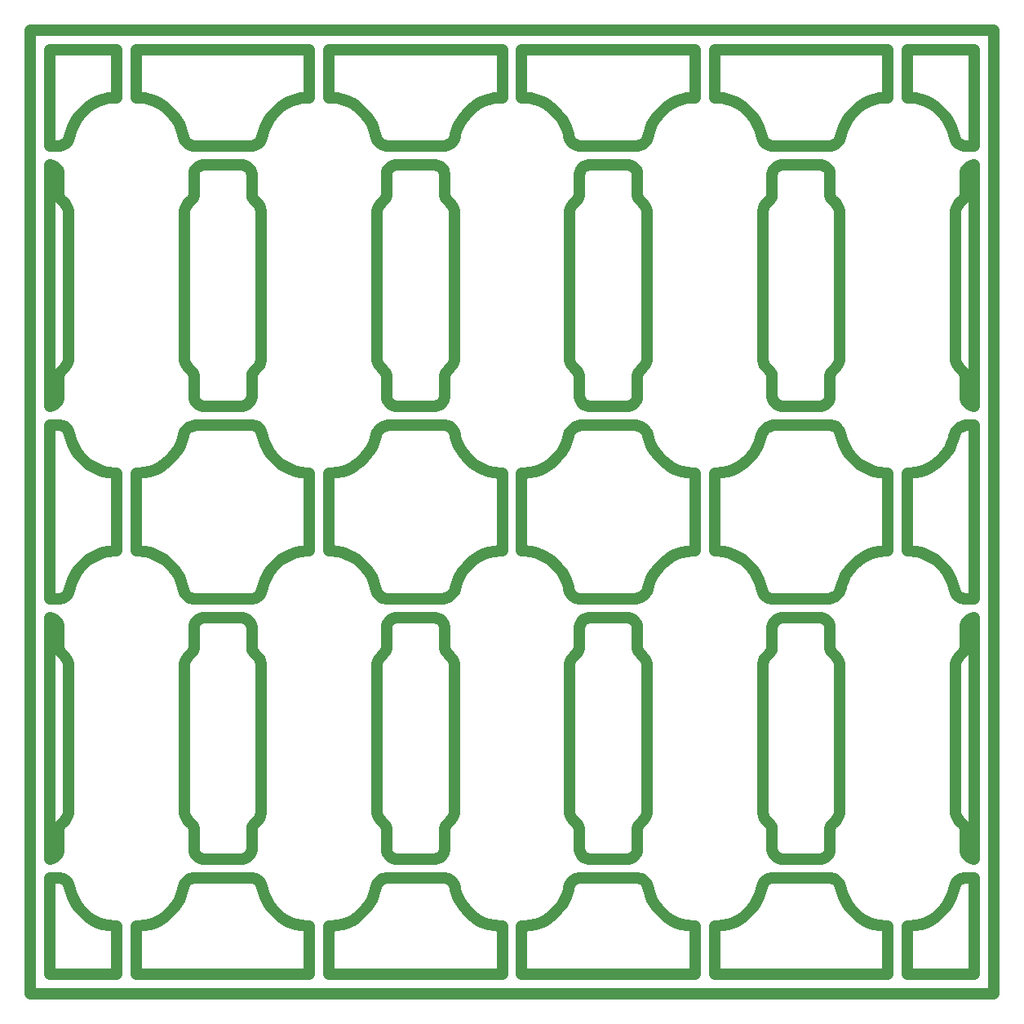
<source format=gm1>
G04*
G04 #@! TF.GenerationSoftware,Altium Limited,Altium Designer,23.9.2 (47)*
G04*
G04 Layer_Color=16711935*
%FSLAX25Y25*%
%MOIN*%
G70*
G04*
G04 #@! TF.SameCoordinates,F867936C-D2EA-4238-9ECD-A963B99A8E52*
G04*
G04*
G04 #@! TF.FilePolarity,Positive*
G04*
G01*
G75*
%ADD31C,0.04724*%
D31*
X7874Y47244D02*
X11811Y47244D01*
X12188Y47244D01*
X12931Y47114D01*
X13640Y46857D01*
X14294Y46482D01*
X14873Y45999D01*
X15360Y45423D01*
X15741Y44772D01*
X16003Y44065D01*
X16071Y43694D01*
X16071Y43694D01*
X16309Y42580D01*
X16975Y40402D01*
X17890Y38315D01*
X19039Y36348D01*
X20407Y34527D01*
X21977Y32876D01*
X23727Y31418D01*
X25634Y30171D01*
X27672Y29154D01*
X29814Y28378D01*
X32031Y27855D01*
X34294Y27592D01*
X35433Y27559D01*
X35433D01*
X35433Y7874D01*
X7874D02*
X35433D01*
X7874D02*
Y47244D01*
X145669Y47244D02*
X169291Y47244D01*
X169668Y47244D01*
X170411Y47114D01*
X171120Y46857D01*
X171774Y46482D01*
X172353Y45999D01*
X172841Y45423D01*
X173221Y44772D01*
X173483Y44065D01*
X173551Y43694D01*
X173551D01*
X173789Y42580D01*
X174456Y40402D01*
X175370Y38315D01*
X176519Y36348D01*
X177887Y34527D01*
X179457Y32876D01*
X181207Y31418D01*
X183114Y30171D01*
X185152Y29154D01*
X187294Y28378D01*
X189512Y27855D01*
X191774Y27592D01*
X192913Y27559D01*
X192913D01*
X192913Y7874D01*
X122047D02*
X192913D01*
X122047D02*
Y27559D01*
X123186Y27592D01*
X125449Y27855D01*
X127666Y28378D01*
X129808Y29154D01*
X131846Y30171D01*
X133753Y31418D01*
X135503Y32876D01*
X137073Y34527D01*
X138442Y36348D01*
X139591Y38315D01*
X140505Y40402D01*
X141172Y42580D01*
X141410Y43694D01*
X141410D01*
X141478Y44065D01*
X141740Y44772D01*
X142120Y45423D01*
X142607Y45999D01*
X143186Y46482D01*
X143841Y46857D01*
X144550Y47114D01*
X145292Y47244D01*
X145669D01*
X145669Y47244D01*
X224409D02*
X248031Y47244D01*
X248409Y47244D01*
X249151Y47114D01*
X249860Y46857D01*
X250514Y46482D01*
X251094Y45999D01*
X251581Y45423D01*
X251961Y44772D01*
X252223Y44065D01*
X252291Y43694D01*
X252291D01*
X252529Y42580D01*
X253196Y40402D01*
X254110Y38315D01*
X255259Y36348D01*
X256628Y34527D01*
X258197Y32876D01*
X259948Y31418D01*
X261854Y30171D01*
X263892Y29154D01*
X266034Y28378D01*
X268252Y27855D01*
X270514Y27592D01*
X271653Y27559D01*
X271654D01*
X271654Y7874D01*
X200787D02*
X271654D01*
X200787D02*
Y27559D01*
X201926Y27592D01*
X204189Y27855D01*
X206406Y28378D01*
X208548Y29154D01*
X210587Y30171D01*
X212493Y31418D01*
X214243Y32876D01*
X215813Y34527D01*
X217182Y36348D01*
X218331Y38315D01*
X219245Y40402D01*
X219912Y42580D01*
X220150Y43694D01*
X220150D01*
X220218Y44065D01*
X220480Y44772D01*
X220860Y45423D01*
X221347Y45999D01*
X221927Y46482D01*
X222581Y46857D01*
X223290Y47114D01*
X224032Y47244D01*
X224409D01*
X224409Y47244D01*
X303150D02*
X326772Y47244D01*
X327149Y47244D01*
X327891Y47114D01*
X328600Y46857D01*
X329254Y46482D01*
X329834Y45999D01*
X330321Y45423D01*
X330701Y44772D01*
X330963Y44065D01*
X331031Y43694D01*
X331031D01*
X331269Y42580D01*
X331936Y40402D01*
X332850Y38315D01*
X333999Y36348D01*
X335368Y34527D01*
X336938Y32876D01*
X338688Y31418D01*
X340595Y30171D01*
X342633Y29154D01*
X344775Y28378D01*
X346992Y27855D01*
X349255Y27592D01*
X350394Y27559D01*
X350394D01*
X350394Y7874D01*
X279528D02*
X350394D01*
X279528D02*
Y27559D01*
X280667Y27592D01*
X282929Y27855D01*
X285147Y28378D01*
X287289Y29154D01*
X289327Y30171D01*
X291233Y31418D01*
X292984Y32876D01*
X294553Y34527D01*
X295922Y36348D01*
X297071Y38315D01*
X297985Y40402D01*
X298652Y42580D01*
X298890Y43694D01*
X298890D01*
X298958Y44065D01*
X299220Y44772D01*
X299600Y45423D01*
X300087Y45999D01*
X300667Y46482D01*
X301321Y46857D01*
X302030Y47114D01*
X302772Y47244D01*
X303150D01*
X303150Y47244D01*
X66929D02*
X90551Y47244D01*
X90928Y47244D01*
X91671Y47114D01*
X92380Y46857D01*
X93034Y46482D01*
X93613Y45999D01*
X94100Y45423D01*
X94481Y44772D01*
X94743Y44065D01*
X94811Y43694D01*
X94811Y43694D01*
X95049Y42580D01*
X95716Y40402D01*
X96630Y38315D01*
X97779Y36348D01*
X99147Y34527D01*
X100717Y32876D01*
X102467Y31418D01*
X104374Y30171D01*
X106412Y29154D01*
X108554Y28378D01*
X110771Y27855D01*
X113034Y27592D01*
X114173Y27559D01*
X114173D01*
X114173Y7874D01*
X43307D02*
X114173D01*
X43307D02*
Y27559D01*
X44446Y27592D01*
X46709Y27855D01*
X48926Y28378D01*
X51068Y29154D01*
X53106Y30171D01*
X55013Y31418D01*
X56763Y32876D01*
X58333Y34527D01*
X59702Y36348D01*
X60851Y38315D01*
X61765Y40402D01*
X62432Y42580D01*
X62669Y43694D01*
X62737Y44065D01*
X62999Y44772D01*
X63380Y45423D01*
X63867Y45999D01*
X64446Y46482D01*
X65100Y46857D01*
X65809Y47114D01*
X66552Y47244D01*
X66929Y47244D01*
X66929Y47244D01*
X385827Y7874D02*
Y47244D01*
X358268Y7874D02*
X385827D01*
X358268D02*
Y27559D01*
X359407Y27592D01*
X361669Y27855D01*
X363887Y28378D01*
X366029Y29154D01*
X368067Y30171D01*
X369974Y31418D01*
X371724Y32876D01*
X373293Y34527D01*
X374662Y36348D01*
X375811Y38315D01*
X376725Y40402D01*
X377392Y42580D01*
X377630Y43694D01*
X377630D01*
X377698Y44065D01*
X377960Y44772D01*
X378341Y45423D01*
X378828Y45999D01*
X379407Y46482D01*
X380061Y46857D01*
X380770Y47114D01*
X381513Y47244D01*
X381890Y47244D01*
Y47244D01*
X385827D01*
X8262Y153543D02*
X9022Y153392D01*
X9739Y153095D01*
X10384Y152664D01*
X10932Y152116D01*
X11363Y151471D01*
X11660Y150755D01*
X11811Y149994D01*
X11811Y149606D02*
X11811Y149994D01*
X11811Y149606D02*
X11811Y141732D01*
Y141732D02*
Y141732D01*
Y141732D02*
X11837Y141277D01*
X12047Y140391D01*
X12454Y139576D01*
X13037Y138877D01*
X13386Y138583D01*
Y138583D02*
Y138583D01*
Y138583D02*
X13936Y138170D01*
X14817Y137114D01*
X15432Y135884D01*
X15748Y134546D01*
X15748Y133858D02*
X15748Y134546D01*
X15748Y133858D02*
X15748Y74803D01*
X15748Y74803D02*
X15748Y74803D01*
X15748Y74803D02*
X15748Y74116D01*
X15432Y72777D02*
X15748Y74116D01*
X14817Y71547D02*
X15432Y72777D01*
X13936Y70491D02*
X14817Y71547D01*
X13386Y70079D02*
X13936Y70491D01*
X13386Y70079D02*
Y70079D01*
X13037Y69784D02*
X13386Y70079D01*
X12454Y69085D02*
X13037Y69784D01*
X12047Y68271D02*
X12454Y69085D01*
X11837Y67384D02*
X12047Y68271D01*
X11811Y66929D02*
X11837Y67384D01*
X11811Y59055D02*
Y66929D01*
X11811Y59055D02*
X11811Y59055D01*
X11811Y59055D02*
X11811Y58667D01*
X11660Y57907D02*
X11811Y58667D01*
X11363Y57190D02*
X11660Y57907D01*
X10932Y56545D02*
X11363Y57190D01*
X10384Y55997D02*
X10932Y56545D01*
X9739Y55566D02*
X10384Y55997D01*
X9022Y55269D02*
X9739Y55566D01*
X8262Y55118D02*
X9022Y55269D01*
X7874Y55118D02*
X8262Y55118D01*
X7874Y153543D02*
X7874Y55118D01*
X7874Y153543D02*
X8262Y153543D01*
X385827Y55118D02*
Y153543D01*
X385439Y55118D02*
X385827Y55118D01*
X384678Y55269D02*
X385439Y55118D01*
X383962Y55566D02*
X384678Y55269D01*
X383317Y55997D02*
X383962Y55566D01*
X382769Y56545D02*
X383317Y55997D01*
X382338Y57190D02*
X382769Y56545D01*
X382041Y57907D02*
X382338Y57190D01*
X381890Y58667D02*
X382041Y57907D01*
X381890Y58667D02*
X381890Y59055D01*
X381890Y66929D02*
X381890Y59055D01*
X381890Y66929D02*
X381890Y66929D01*
X381863Y67384D02*
X381890Y66929D01*
X381654Y68271D02*
X381863Y67384D01*
X381247Y69085D02*
X381654Y68271D01*
X380663Y69784D02*
X381247Y69085D01*
X380315Y70079D02*
X380663Y69784D01*
X380315Y70079D02*
X380315Y70079D01*
X379765Y70491D02*
X380315Y70079D01*
X378884Y71547D02*
X379765Y70491D01*
X378269Y72777D02*
X378884Y71547D01*
X377953Y74116D02*
X378269Y72777D01*
X377953Y74116D02*
X377953Y74803D01*
X377953Y133858D02*
X377953Y74803D01*
X377953Y133858D02*
X377953Y133858D01*
X377953Y134546D02*
X377953Y133858D01*
X377953Y134546D02*
X378269Y135884D01*
X378884Y137114D01*
X379765Y138170D01*
X380315Y138583D01*
X380663Y138877D01*
X381247Y139576D01*
X381654Y140391D01*
X381863Y141277D01*
X381890Y141732D01*
X381890Y149606D01*
X381890Y149606D01*
Y149994D01*
X382041Y150755D01*
X382338Y151471D01*
X382769Y152116D01*
X383317Y152664D01*
X383962Y153095D01*
X384678Y153392D01*
X385439Y153543D01*
X385827D01*
X7874Y153543D02*
Y153543D01*
X7874Y153543D02*
X7874D01*
X7874D02*
X7874Y153543D01*
X86614Y153543D02*
X86614Y153543D01*
X86614Y153543D02*
X87002Y153543D01*
X87762Y153392D01*
X88479Y153095D01*
X89124Y152664D01*
X89672Y152116D01*
X90103Y151471D01*
X90400Y150755D01*
X90551Y149994D01*
X90551Y149606D02*
X90551Y149994D01*
X90551Y149606D02*
X90551Y141732D01*
Y141732D02*
Y141732D01*
Y141732D02*
X90578Y141277D01*
X90787Y140391D01*
X91194Y139576D01*
X91778Y138877D01*
X92126Y138583D01*
X92126Y138583D02*
X92126Y138583D01*
X92126Y138583D02*
X92676Y138170D01*
X93557Y137114D01*
X94172Y135884D01*
X94488Y134546D01*
X94488Y133858D02*
X94488Y134546D01*
X94488Y133858D02*
X94488Y74803D01*
X94488Y74803D02*
X94488Y74803D01*
X94488Y74803D02*
X94488Y74116D01*
X94172Y72777D02*
X94488Y74116D01*
X93557Y71547D02*
X94172Y72777D01*
X92676Y70491D02*
X93557Y71547D01*
X92126Y70079D02*
X92676Y70491D01*
X92126Y70079D02*
X92126Y70079D01*
X91777Y69784D02*
X92126Y70079D01*
X91194Y69085D02*
X91777Y69784D01*
X90787Y68271D02*
X91194Y69085D01*
X90578Y67384D02*
X90787Y68271D01*
X90551Y66929D02*
X90578Y67384D01*
X90551Y59055D02*
Y66929D01*
X90551Y59055D02*
X90551Y59055D01*
X90551Y58667D02*
Y59055D01*
X90400Y57907D02*
X90551Y58667D01*
X90103Y57190D02*
X90400Y57907D01*
X89672Y56545D02*
X90103Y57190D01*
X89124Y55997D02*
X89672Y56545D01*
X88479Y55566D02*
X89124Y55997D01*
X87762Y55269D02*
X88479Y55566D01*
X87002Y55118D02*
X87762Y55269D01*
X70866Y55118D02*
X87002D01*
X70866Y55118D02*
X70866Y55118D01*
X70478D02*
X70866Y55118D01*
X69718Y55269D02*
X70478Y55118D01*
X69001Y55566D02*
X69718Y55269D01*
X68356Y55997D02*
X69001Y55566D01*
X67808Y56545D02*
X68356Y55997D01*
X67377Y57190D02*
X67808Y56545D01*
X67080Y57907D02*
X67377Y57190D01*
X66929Y58667D02*
X67080Y57907D01*
X66929Y58667D02*
X66929Y59055D01*
X66929Y66929D02*
X66929Y59055D01*
X66929Y66929D02*
X66929Y66929D01*
X66903Y67384D02*
X66929Y66929D01*
X66694Y68271D02*
X66903Y67384D01*
X66286Y69085D02*
X66694Y68271D01*
X65703Y69784D02*
X66286Y69085D01*
X65354Y70079D02*
X65703Y69784D01*
X65354Y70079D02*
X65354Y70079D01*
X64804Y70491D02*
X65354Y70079D01*
X63923Y71547D02*
X64804Y70491D01*
X63308Y72777D02*
X63923Y71547D01*
X62992Y74116D02*
X63308Y72777D01*
X62992Y74116D02*
X62992Y74803D01*
Y133858D01*
X62992Y133858D01*
X62992Y134546D02*
X62992Y133858D01*
X62992Y134546D02*
X63308Y135884D01*
X63923Y137114D01*
X64804Y138170D01*
X65354Y138583D01*
X65354Y138583D02*
X65354Y138583D01*
X65354Y138583D02*
X65703Y138877D01*
X66286Y139576D01*
X66694Y140391D01*
X66903Y141277D01*
X66929Y141732D01*
X66929Y149606D01*
Y149606D01*
Y149606D02*
Y149606D01*
X66929Y149994D02*
X66929Y149606D01*
X66929Y149994D02*
X67080Y150755D01*
X67377Y151471D01*
X67808Y152116D01*
X68356Y152664D01*
X69001Y153095D01*
X69718Y153392D01*
X70478Y153543D01*
X70866Y153543D01*
X86614Y153543D01*
X165354Y153543D02*
X165354Y153543D01*
X165354Y153543D02*
X165742Y153543D01*
X166503Y153392D01*
X167219Y153095D01*
X167864Y152664D01*
X168412Y152116D01*
X168843Y151471D01*
X169140Y150755D01*
X169291Y149994D01*
X169291Y149606D02*
X169291Y149994D01*
X169291Y149606D02*
X169291Y141732D01*
Y141732D02*
Y141732D01*
Y141732D02*
X169318Y141277D01*
X169527Y140391D01*
X169934Y139576D01*
X170518Y138877D01*
X170866Y138583D01*
X170866Y138583D02*
X170866Y138583D01*
X170866Y138583D02*
X171416Y138170D01*
X172297Y137114D01*
X172912Y135884D01*
X173228Y134546D01*
X173228Y133858D02*
X173228Y134546D01*
X173228Y133858D02*
X173228Y74803D01*
X173228Y74803D02*
X173228Y74803D01*
X173228Y74803D02*
X173228Y74116D01*
X172912Y72777D02*
X173228Y74116D01*
X172297Y71547D02*
X172912Y72777D01*
X171416Y70491D02*
X172297Y71547D01*
X170866Y70079D02*
X171416Y70491D01*
X170866Y70079D02*
X170866Y70079D01*
X170518Y69784D02*
X170866Y70079D01*
X169934Y69085D02*
X170518Y69784D01*
X169527Y68271D02*
X169934Y69085D01*
X169318Y67384D02*
X169527Y68271D01*
X169291Y66929D02*
X169318Y67384D01*
X169291Y59055D02*
Y66929D01*
X169291Y59055D02*
X169291Y59055D01*
X169291Y59055D02*
X169291Y58667D01*
X169140Y57907D02*
X169291Y58667D01*
X168843Y57190D02*
X169140Y57907D01*
X168412Y56545D02*
X168843Y57190D01*
X167864Y55997D02*
X168412Y56545D01*
X167219Y55566D02*
X167864Y55997D01*
X166503Y55269D02*
X167219Y55566D01*
X165742Y55118D02*
X166503Y55269D01*
X149606Y55118D02*
X165742D01*
X149218Y55118D02*
X149606Y55118D01*
X148458Y55269D02*
X149218Y55118D01*
X147741Y55566D02*
X148458Y55269D01*
X147097Y55997D02*
X147741Y55566D01*
X146548Y56545D02*
X147097Y55997D01*
X146117Y57190D02*
X146548Y56545D01*
X145821Y57907D02*
X146117Y57190D01*
X145669Y58667D02*
X145821Y57907D01*
X145669Y58667D02*
Y59055D01*
X145669Y66929D02*
X145669Y59055D01*
X145669Y66929D02*
X145669Y66929D01*
X145643Y67384D02*
X145669Y66929D01*
X145434Y68271D02*
X145643Y67384D01*
X145026Y69085D02*
X145434Y68271D01*
X144443Y69784D02*
X145026Y69085D01*
X144095Y70079D02*
X144443Y69784D01*
X144094Y70079D02*
X144095Y70079D01*
X143544Y70491D02*
X144094Y70079D01*
X142663Y71547D02*
X143544Y70491D01*
X142048Y72777D02*
X142663Y71547D01*
X141732Y74116D02*
X142048Y72777D01*
X141732Y74116D02*
X141732Y74803D01*
Y133858D01*
X141732Y133858D01*
X141732Y134546D02*
X141732Y133858D01*
X141732Y134546D02*
X142048Y135884D01*
X142663Y137114D01*
X143544Y138170D01*
X144095Y138583D01*
X144094Y138583D02*
X144095Y138583D01*
X144094Y138583D02*
X144443Y138877D01*
X145026Y139576D01*
X145434Y140391D01*
X145643Y141277D01*
X145669Y141732D01*
X145669Y149606D01*
X145669Y149606D01*
X145669Y149994D02*
X145669Y149606D01*
X145669Y149994D02*
X145821Y150755D01*
X146117Y151471D01*
X146548Y152116D01*
X147097Y152664D01*
X147741Y153095D01*
X148458Y153392D01*
X149218Y153543D01*
X149606Y153543D01*
X165354Y153543D01*
X244094Y153543D02*
X244094Y153543D01*
X244094Y153543D02*
X244482Y153543D01*
X245243Y153392D01*
X245959Y153095D01*
X246604Y152664D01*
X247153Y152116D01*
X247583Y151471D01*
X247880Y150755D01*
X248031Y149994D01*
X248031Y149606D02*
X248031Y149994D01*
X248031Y149606D02*
X248031Y141732D01*
Y141732D02*
Y141732D01*
Y141732D02*
X248058Y141277D01*
X248267Y140391D01*
X248674Y139576D01*
X249258Y138877D01*
X249606Y138583D01*
X250156Y138170D01*
X251038Y137114D01*
X251653Y135884D01*
X251969Y134546D01*
X251969Y133858D02*
X251969Y134546D01*
X251969Y133858D02*
X251969Y74803D01*
X251969Y74803D02*
X251969Y74803D01*
X251969Y74803D02*
X251969Y74116D01*
X251653Y72777D02*
X251969Y74116D01*
X251038Y71547D02*
X251653Y72777D01*
X250156Y70491D02*
X251038Y71547D01*
X249606Y70079D02*
X250156Y70491D01*
X249258Y69784D02*
X249606Y70079D01*
X248674Y69085D02*
X249258Y69784D01*
X248267Y68271D02*
X248674Y69085D01*
X248058Y67384D02*
X248267Y68271D01*
X248031Y66929D02*
X248058Y67384D01*
X248031Y59055D02*
Y66929D01*
X248031Y59055D02*
X248031Y59055D01*
X248031Y58667D02*
Y59055D01*
X247880Y57907D02*
X248031Y58667D01*
X247583Y57190D02*
X247880Y57907D01*
X247152Y56545D02*
X247583Y57190D01*
X246604Y55997D02*
X247152Y56545D01*
X245959Y55566D02*
X246604Y55997D01*
X245243Y55269D02*
X245959Y55566D01*
X244482Y55118D02*
X245243Y55269D01*
X228346Y55118D02*
X244482D01*
X227959Y55118D02*
X228346Y55118D01*
X227198Y55269D02*
X227959Y55118D01*
X226482Y55566D02*
X227198Y55269D01*
X225837Y55997D02*
X226482Y55566D01*
X225288Y56545D02*
X225837Y55997D01*
X224857Y57190D02*
X225288Y56545D01*
X224561Y57907D02*
X224857Y57190D01*
X224409Y58667D02*
X224561Y57907D01*
X224409Y58667D02*
X224409Y59055D01*
X224409Y66929D02*
X224409Y59055D01*
X224409Y66929D02*
X224409Y66929D01*
X224383Y67384D02*
X224409Y66929D01*
X224174Y68271D02*
X224383Y67384D01*
X223767Y69085D02*
X224174Y68271D01*
X223183Y69784D02*
X223767Y69085D01*
X222834Y70079D02*
X223183Y69784D01*
X222283Y70493D02*
X222834Y70079D01*
X221399Y71553D02*
X222283Y70493D01*
X220784Y72788D02*
X221399Y71553D01*
X220470Y74132D02*
X220784Y72788D01*
X220470Y74132D02*
X220472Y74822D01*
Y133859D01*
X220472Y133859D01*
X220472Y134546D02*
X220472Y133859D01*
X220472Y134546D02*
X220788Y135884D01*
X221403Y137114D01*
X222285Y138170D01*
X222835Y138583D01*
X222834Y138583D02*
X222835Y138583D01*
X222834Y138583D02*
X223183Y138877D01*
X223766Y139576D01*
X224174Y140391D01*
X224383Y141277D01*
X224409Y141732D01*
X224410Y149606D01*
X224409Y149994D02*
X224410Y149606D01*
X224409Y149994D02*
X224561Y150755D01*
X224857Y151471D01*
X225288Y152116D01*
X225837Y152664D01*
X226482Y153095D01*
X227198Y153392D01*
X227959Y153543D01*
X228346Y153543D01*
X244094Y153543D01*
X322835Y153543D02*
X322835Y153543D01*
X322835Y153543D02*
X323222Y153543D01*
X323983Y153392D01*
X324699Y153095D01*
X325344Y152664D01*
X325893Y152116D01*
X326324Y151471D01*
X326620Y150755D01*
X326772Y149994D01*
X326772Y149606D02*
X326772Y149994D01*
X326772Y149606D02*
X326772Y141732D01*
Y141732D02*
Y141732D01*
Y141732D02*
X326798Y141277D01*
X327007Y140391D01*
X327414Y139576D01*
X327998Y138877D01*
X328346Y138583D01*
X328346Y138583D02*
X328346Y138583D01*
X328346Y138583D02*
X328896Y138170D01*
X329778Y137114D01*
X330393Y135884D01*
X330709Y134546D01*
X330709Y133858D02*
X330709Y134546D01*
X330709Y133858D02*
X330709Y74803D01*
X330709Y74803D02*
X330709Y74803D01*
X330709Y74803D02*
X330709Y74116D01*
X330393Y72777D02*
X330709Y74116D01*
X329778Y71547D02*
X330393Y72777D01*
X328896Y70491D02*
X329778Y71547D01*
X328346Y70079D02*
X328896Y70491D01*
X328346Y70079D02*
X328346Y70079D01*
X327998Y69784D02*
X328346Y70079D01*
X327414Y69085D02*
X327998Y69784D01*
X327007Y68271D02*
X327414Y69085D01*
X326798Y67384D02*
X327007Y68271D01*
X326772Y66929D02*
X326798Y67384D01*
X326772Y59055D02*
Y66929D01*
X326772Y59055D02*
X326772Y59055D01*
X326772Y59055D02*
X326772Y58667D01*
X326620Y57907D02*
X326772Y58667D01*
X326324Y57190D02*
X326620Y57907D01*
X325893Y56545D02*
X326324Y57190D01*
X325344Y55997D02*
X325893Y56545D01*
X324699Y55566D02*
X325344Y55997D01*
X323983Y55269D02*
X324699Y55566D01*
X323222Y55118D02*
X323983Y55269D01*
X307087Y55118D02*
X323222D01*
X306699Y55118D02*
X307087Y55118D01*
X305938Y55269D02*
X306699Y55118D01*
X305222Y55566D02*
X305938Y55269D01*
X304577Y55997D02*
X305222Y55566D01*
X304029Y56545D02*
X304577Y55997D01*
X303598Y57190D02*
X304029Y56545D01*
X303301Y57907D02*
X303598Y57190D01*
X303150Y58667D02*
X303301Y57907D01*
X303150Y58667D02*
Y59055D01*
X303150Y66929D02*
X303150Y59055D01*
X303149Y66929D02*
X303150Y66929D01*
X303123Y67384D02*
X303149Y66929D01*
X302914Y68271D02*
X303123Y67384D01*
X302507Y69085D02*
X302914Y68271D01*
X301923Y69784D02*
X302507Y69085D01*
X301575Y70079D02*
X301923Y69784D01*
X301575Y70079D02*
X301575Y70079D01*
X301025Y70491D02*
X301575Y70079D01*
X300144Y71547D02*
X301025Y70491D01*
X299529Y72777D02*
X300144Y71547D01*
X299213Y74116D02*
X299529Y72777D01*
X299213Y74116D02*
X299213Y74803D01*
Y133858D01*
X299213Y133858D01*
X299213Y134546D02*
X299213Y133858D01*
X299213Y134546D02*
X299529Y135884D01*
X300144Y137114D01*
X301025Y138170D01*
X301575Y138583D01*
X301575Y138583D02*
X301575Y138583D01*
X301575Y138583D02*
X301923Y138877D01*
X302507Y139576D01*
X302914Y140391D01*
X303123Y141277D01*
X303150Y141732D01*
X303150Y149606D01*
X303150Y149606D01*
X303150Y149994D02*
X303150Y149606D01*
X303150Y149994D02*
X303301Y150755D01*
X303598Y151471D01*
X304029Y152116D01*
X304577Y152664D01*
X305222Y153095D01*
X305938Y153392D01*
X306699Y153543D01*
X307087Y153543D01*
X322835Y153543D01*
X7874Y232283D02*
X11811Y232283D01*
X12188Y232283D01*
X12931Y232153D01*
X13640Y231896D01*
X14294Y231521D01*
X14873Y231038D01*
X15360Y230463D01*
X15741Y229812D01*
X16003Y229104D01*
X16071Y228734D01*
X16071D01*
X16309Y227619D01*
X16975Y225441D01*
X17890Y223354D01*
X19039Y221387D01*
X20407Y219566D01*
X21977Y217916D01*
X23727Y216457D01*
X25634Y215211D01*
X27672Y214193D01*
X29814Y213417D01*
X32031Y212895D01*
X34294Y212631D01*
X35433Y212598D01*
X35433D01*
X35433Y196850D01*
X35433D02*
X35433D01*
X35433Y181102D02*
X35433Y196850D01*
X34294Y181069D02*
X35433Y181102D01*
X32031Y180806D02*
X34294Y181069D01*
X29814Y180283D02*
X32031Y180806D01*
X27672Y179508D02*
X29814Y180283D01*
X25634Y178490D02*
X27672Y179508D01*
X23727Y177244D02*
X25634Y178490D01*
X21977Y175785D02*
X23727Y177244D01*
X20407Y174135D02*
X21977Y175785D01*
X19038Y172313D02*
X20407Y174135D01*
X17889Y170346D02*
X19038Y172313D01*
X16975Y168260D02*
X17889Y170346D01*
X16308Y166082D02*
X16975Y168260D01*
X16071Y164967D02*
X16308Y166082D01*
X16071Y164967D02*
X16071D01*
X16003Y164596D02*
X16071Y164967D01*
X15741Y163889D02*
X16003Y164596D01*
X15360Y163238D02*
X15741Y163889D01*
X14873Y162662D02*
X15360Y163238D01*
X14294Y162180D02*
X14873Y162662D01*
X13640Y161804D02*
X14294Y162180D01*
X12931Y161548D02*
X13640Y161804D01*
X12188Y161417D02*
X12931Y161548D01*
X11811Y161417D02*
X12188Y161417D01*
X7874Y161417D02*
X11811D01*
X7874D02*
Y196850D01*
Y232283D01*
X67913D02*
X90551Y232283D01*
X90928Y232283D01*
X91671Y232153D01*
X92380Y231896D01*
X93034Y231521D01*
X93613Y231038D01*
X94100Y230463D01*
X94481Y229812D01*
X94743Y229104D01*
X94811Y228734D01*
X94811D01*
X95049Y227619D01*
X95716Y225441D01*
X96630Y223354D01*
X97779Y221387D01*
X99147Y219566D01*
X100717Y217916D01*
X102467Y216457D01*
X104374Y215211D01*
X106412Y214193D01*
X108554Y213417D01*
X110771Y212895D01*
X113034Y212631D01*
X114173Y212598D01*
X114173D01*
X114173Y196850D01*
X114173D02*
X114173D01*
X114173Y181102D02*
X114173Y196850D01*
X113034Y181069D02*
X114173Y181102D01*
X110771Y180806D02*
X113034Y181069D01*
X108554Y180283D02*
X110771Y180806D01*
X106412Y179508D02*
X108554Y180283D01*
X104374Y178490D02*
X106412Y179508D01*
X102467Y177244D02*
X104374Y178490D01*
X100717Y175785D02*
X102467Y177244D01*
X99147Y174135D02*
X100717Y175785D01*
X97779Y172313D02*
X99147Y174135D01*
X96630Y170346D02*
X97779Y172313D01*
X95716Y168260D02*
X96630Y170346D01*
X95049Y166082D02*
X95716Y168260D01*
X94811Y164967D02*
X95049Y166082D01*
X94811Y164967D02*
X94811Y164967D01*
X94743Y164596D02*
X94811Y164967D01*
X94481Y163889D02*
X94743Y164596D01*
X94100Y163238D02*
X94481Y163889D01*
X93613Y162662D02*
X94100Y163238D01*
X93034Y162180D02*
X93613Y162662D01*
X92380Y161804D02*
X93034Y162180D01*
X91671Y161548D02*
X92380Y161804D01*
X90928Y161417D02*
X91671Y161548D01*
X90551Y161417D02*
X90928Y161417D01*
X90551Y161417D02*
X90551Y161417D01*
X66929D02*
X90551D01*
X66552Y161417D02*
X66929Y161417D01*
X65809Y161548D02*
X66552Y161417D01*
X65100Y161804D02*
X65809Y161548D01*
X64446Y162180D02*
X65100Y161804D01*
X63867Y162662D02*
X64446Y162180D01*
X63380Y163238D02*
X63867Y162662D01*
X62999Y163889D02*
X63380Y163238D01*
X62737Y164596D02*
X62999Y163889D01*
X62669Y164967D02*
X62737Y164596D01*
X62669Y164967D02*
X62669Y164967D01*
X62432Y166082D02*
X62669Y164967D01*
X61765Y168260D02*
X62432Y166082D01*
X60851Y170346D02*
X61765Y168260D01*
X59702Y172313D02*
X60851Y170346D01*
X58333Y174134D02*
X59702Y172313D01*
X56763Y175785D02*
X58333Y174134D01*
X55013Y177244D02*
X56763Y175785D01*
X53106Y178490D02*
X55013Y177244D01*
X51068Y179508D02*
X53106Y178490D01*
X48926Y180283D02*
X51068Y179508D01*
X46709Y180806D02*
X48926Y180283D01*
X44446Y181069D02*
X46709Y180806D01*
X43307Y181102D02*
X44446Y181069D01*
X43307Y181102D02*
X43307Y181102D01*
X43307Y196850D01*
X43307D02*
X43307D01*
X43307Y212598D02*
X43307Y196850D01*
X43307Y212598D02*
X44413Y212630D01*
X46612Y212878D01*
X48769Y213371D01*
X50857Y214104D01*
X52849Y215066D01*
X54721Y216245D01*
X56449Y217627D01*
X58010Y219195D01*
X59386Y220927D01*
X60559Y222803D01*
X61514Y224799D01*
X62239Y226890D01*
X62512Y227962D01*
X62512Y227962D01*
X62615Y228419D01*
X62971Y229285D01*
X63467Y230079D01*
X64089Y230778D01*
X64820Y231363D01*
X65639Y231816D01*
X66522Y232126D01*
X67445Y232283D01*
X67913Y232283D01*
X67913Y232283D01*
X304134D02*
X326772Y232283D01*
X327149Y232283D01*
X327891Y232153D01*
X328600Y231896D01*
X329254Y231521D01*
X329834Y231038D01*
X330321Y230463D01*
X330701Y229812D01*
X330963Y229104D01*
X331031Y228734D01*
X331031D01*
X331269Y227619D01*
X331936Y225441D01*
X332850Y223354D01*
X333999Y221387D01*
X335368Y219566D01*
X336938Y217916D01*
X338688Y216457D01*
X340595Y215211D01*
X342633Y214193D01*
X344775Y213417D01*
X346992Y212895D01*
X349255Y212631D01*
X350394Y212598D01*
X350394D01*
X350394Y200787D01*
X350394D02*
X350394D01*
X350394Y181102D02*
X350394Y200787D01*
X349287Y181071D02*
X350394Y181102D01*
X347089Y180823D02*
X349287Y181071D01*
X344932Y180330D02*
X347089Y180823D01*
X342844Y179597D02*
X344932Y180330D01*
X340852Y178635D02*
X342844Y179597D01*
X338980Y177455D02*
X340852Y178635D01*
X337252Y176073D02*
X338980Y177455D01*
X335690Y174506D02*
X337252Y176073D01*
X334314Y172773D02*
X335690Y174506D01*
X333142Y170897D02*
X334314Y172773D01*
X332187Y168901D02*
X333142Y170897D01*
X331462Y166811D02*
X332187Y168901D01*
X331189Y165738D02*
X331462Y166811D01*
X331086Y165282D02*
X331189Y165738D01*
X330730Y164416D02*
X331086Y165282D01*
X330234Y163622D02*
X330730Y164416D01*
X329611Y162923D02*
X330234Y163622D01*
X328881Y162338D02*
X329611Y162923D01*
X328062Y161884D02*
X328881Y162338D01*
X327178Y161574D02*
X328062Y161884D01*
X326255Y161417D02*
X327178Y161574D01*
X325787Y161417D02*
X326255Y161417D01*
X303150Y161417D02*
X325787D01*
X302773Y161417D02*
X303150Y161417D01*
X302030Y161548D02*
X302773Y161417D01*
X301321Y161804D02*
X302030Y161548D01*
X300667Y162180D02*
X301321Y161804D01*
X300087Y162662D02*
X300667Y162180D01*
X299600Y163238D02*
X300087Y162662D01*
X299220Y163889D02*
X299600Y163238D01*
X298958Y164596D02*
X299220Y163889D01*
X298890Y164967D02*
X298958Y164596D01*
X298652Y166082D02*
X298890Y164967D01*
X297985Y168260D02*
X298652Y166082D01*
X297071Y170346D02*
X297985Y168260D01*
X295922Y172313D02*
X297071Y170346D01*
X294553Y174135D02*
X295922Y172313D01*
X292984Y175785D02*
X294553Y174135D01*
X291233Y177244D02*
X292984Y175785D01*
X289327Y178490D02*
X291233Y177244D01*
X287289Y179508D02*
X289327Y178490D01*
X285147Y180283D02*
X287289Y179508D01*
X282929Y180806D02*
X285147Y180283D01*
X280667Y181069D02*
X282929Y180806D01*
X279527Y181102D02*
X280667Y181069D01*
X279527Y181102D02*
X279528Y181102D01*
Y200787D01*
X279528D01*
X279528Y212598D02*
X279528Y200787D01*
X279528Y212598D02*
X280634Y212630D01*
X282832Y212878D01*
X284989Y213371D01*
X287077Y214104D01*
X289070Y215066D01*
X290941Y216245D01*
X292669Y217627D01*
X294231Y219195D01*
X295607Y220927D01*
X296779Y222803D01*
X297734Y224799D01*
X298459Y226890D01*
X298732Y227962D01*
X298732Y227962D01*
X298835Y228419D01*
X299191Y229285D01*
X299687Y230079D01*
X300310Y230778D01*
X301041Y231363D01*
X301859Y231816D01*
X302743Y232126D01*
X303666Y232283D01*
X304134Y232283D01*
X304134Y232283D01*
X169668Y232283D02*
X170411Y232153D01*
X171120Y231896D01*
X171774Y231521D01*
X172353Y231038D01*
X172841Y230463D01*
X173221Y229812D01*
X173483Y229104D01*
X173551Y228734D01*
X173551D01*
X173789Y227619D01*
X174456Y225441D01*
X175370Y223354D01*
X176519Y221387D01*
X177887Y219566D01*
X179457Y217916D01*
X181207Y216457D01*
X183114Y215211D01*
X185152Y214193D01*
X187294Y213417D01*
X189512Y212895D01*
X191774Y212631D01*
X192913Y212598D01*
X192913D01*
X192913Y200787D01*
Y181102D02*
Y200787D01*
X191807Y181071D02*
X192913Y181102D01*
X189609Y180823D02*
X191807Y181071D01*
X187452Y180330D02*
X189609Y180823D01*
X185364Y179597D02*
X187452Y180330D01*
X183371Y178635D02*
X185364Y179597D01*
X181500Y177455D02*
X183371Y178635D01*
X179772Y176073D02*
X181500Y177455D01*
X178210Y174506D02*
X179772Y176073D01*
X176834Y172773D02*
X178210Y174506D01*
X175661Y170897D02*
X176834Y172773D01*
X174706Y168901D02*
X175661Y170897D01*
X173982Y166811D02*
X174706Y168901D01*
X173708Y165738D02*
X173982Y166811D01*
X173708Y165738D02*
X173708Y165738D01*
X173606Y165282D02*
X173708Y165738D01*
X173250Y164416D02*
X173606Y165282D01*
X172754Y163622D02*
X173250Y164416D01*
X172131Y162923D02*
X172754Y163622D01*
X171400Y162338D02*
X172131Y162923D01*
X170581Y161884D02*
X171400Y162338D01*
X169698Y161574D02*
X170581Y161884D01*
X168775Y161417D02*
X169698Y161574D01*
X168307Y161417D02*
X168775Y161417D01*
X145669Y161417D02*
X168307D01*
X145292Y161417D02*
X145669Y161417D01*
X144550Y161548D02*
X145292Y161417D01*
X143841Y161804D02*
X144550Y161548D01*
X143186Y162180D02*
X143841Y161804D01*
X142607Y162662D02*
X143186Y162180D01*
X142120Y163238D02*
X142607Y162662D01*
X141740Y163889D02*
X142120Y163238D01*
X141478Y164596D02*
X141740Y163889D01*
X141410Y164967D02*
X141478Y164596D01*
X141410Y164967D02*
X141410Y164967D01*
X141172Y166082D02*
X141410Y164967D01*
X140505Y168260D02*
X141172Y166082D01*
X139591Y170346D02*
X140505Y168260D01*
X138442Y172313D02*
X139591Y170346D01*
X137073Y174135D02*
X138442Y172313D01*
X135503Y175785D02*
X137073Y174135D01*
X133753Y177244D02*
X135503Y175785D01*
X131846Y178490D02*
X133753Y177244D01*
X129808Y179508D02*
X131846Y178490D01*
X127666Y180283D02*
X129808Y179508D01*
X125449Y180806D02*
X127666Y180283D01*
X123186Y181069D02*
X125449Y180806D01*
X122047Y181102D02*
X123186Y181069D01*
X122047Y181102D02*
X122047Y181102D01*
Y200787D01*
X122047Y212598D02*
X122047Y200787D01*
X122047Y212598D02*
X123153Y212630D01*
X125352Y212878D01*
X127509Y213371D01*
X129597Y214104D01*
X131589Y215066D01*
X133461Y216245D01*
X135189Y217627D01*
X136750Y219195D01*
X138126Y220927D01*
X139299Y222803D01*
X140254Y224799D01*
X140979Y226890D01*
X141252Y227962D01*
X141252Y227962D01*
X141355Y228419D01*
X141711Y229285D01*
X142207Y230079D01*
X142829Y230778D01*
X143560Y231363D01*
X144379Y231816D01*
X145263Y232126D01*
X146185Y232283D01*
X146653Y232283D01*
X146653Y232283D01*
X169291Y232283D01*
X169668Y232283D01*
X247515D02*
X248438Y232126D01*
X249322Y231816D01*
X250140Y231363D01*
X250871Y230778D01*
X251494Y230079D01*
X251990Y229285D01*
X252346Y228419D01*
X252449Y227962D01*
X252449Y227962D01*
X252722Y226890D01*
X253447Y224799D01*
X254401Y222803D01*
X255574Y220927D01*
X256950Y219195D01*
X258512Y217627D01*
X260240Y216245D01*
X262111Y215066D01*
X264104Y214104D01*
X266192Y213371D01*
X268349Y212878D01*
X270547Y212630D01*
X271654Y212598D01*
X271654D01*
X271654Y200787D01*
X271654D02*
X271654D01*
X271654Y181102D02*
X271654Y200787D01*
X270547Y181071D02*
X271654Y181102D01*
X268349Y180823D02*
X270547Y181071D01*
X266192Y180330D02*
X268349Y180823D01*
X264104Y179597D02*
X266192Y180330D01*
X262112Y178635D02*
X264104Y179597D01*
X260240Y177455D02*
X262112Y178635D01*
X258512Y176073D02*
X260240Y177455D01*
X256950Y174506D02*
X258512Y176073D01*
X255574Y172773D02*
X256950Y174506D01*
X254401Y170897D02*
X255574Y172773D01*
X253447Y168901D02*
X254401Y170897D01*
X252722Y166811D02*
X253447Y168901D01*
X252449Y165738D02*
X252722Y166811D01*
X252449Y165738D02*
X252449Y165738D01*
X252346Y165282D02*
X252449Y165738D01*
X251990Y164416D02*
X252346Y165282D01*
X251494Y163622D02*
X251990Y164416D01*
X250871Y162923D02*
X251494Y163622D01*
X250140Y162338D02*
X250871Y162923D01*
X249322Y161884D02*
X250140Y162338D01*
X248438Y161574D02*
X249322Y161884D01*
X247515Y161417D02*
X248438Y161574D01*
X247047Y161417D02*
X247515Y161417D01*
X224409Y161417D02*
X247047D01*
X224032Y161417D02*
X224409Y161417D01*
X223290Y161548D02*
X224032Y161417D01*
X222581Y161804D02*
X223290Y161548D01*
X221927Y162180D02*
X222581Y161804D01*
X221347Y162662D02*
X221927Y162180D01*
X220860Y163238D02*
X221347Y162662D01*
X220480Y163889D02*
X220860Y163238D01*
X220218Y164596D02*
X220480Y163889D01*
X220150Y164967D02*
X220218Y164596D01*
X220150Y164967D02*
X220150Y164967D01*
X219912Y166082D02*
X220150Y164967D01*
X219245Y168260D02*
X219912Y166082D01*
X218331Y170346D02*
X219245Y168260D01*
X217182Y172313D02*
X218331Y170346D01*
X215813Y174135D02*
X217182Y172313D01*
X214243Y175785D02*
X215813Y174135D01*
X212493Y177244D02*
X214243Y175785D01*
X210587Y178490D02*
X212493Y177244D01*
X208548Y179508D02*
X210587Y178490D01*
X206406Y180283D02*
X208548Y179508D01*
X204189Y180806D02*
X206406Y180283D01*
X201926Y181069D02*
X204189Y180806D01*
X200787Y181102D02*
X201926Y181069D01*
X200787Y181102D02*
X200787Y181102D01*
Y200787D01*
X200787D01*
X200787Y212598D02*
X200787Y200787D01*
X200787Y212598D02*
X201894Y212630D01*
X204092Y212878D01*
X206249Y213371D01*
X208337Y214104D01*
X210329Y215066D01*
X212201Y216245D01*
X213929Y217627D01*
X215491Y219195D01*
X216866Y220927D01*
X218039Y222803D01*
X218994Y224799D01*
X219719Y226890D01*
X219992Y227962D01*
X219992Y227962D01*
X220095Y228419D01*
X220451Y229285D01*
X220947Y230079D01*
X221570Y230778D01*
X222301Y231363D01*
X223119Y231816D01*
X224003Y232126D01*
X224926Y232283D01*
X225394Y232283D01*
X225394Y232283D01*
X247047Y232283D01*
X247515Y232283D01*
X385827Y200787D02*
Y232283D01*
Y161417D02*
Y200787D01*
X381890Y161417D02*
X385827D01*
X381513Y161417D02*
X381890Y161417D01*
X380770Y161548D02*
X381513Y161417D01*
X380061Y161804D02*
X380770Y161548D01*
X379407Y162180D02*
X380061Y161804D01*
X378828Y162662D02*
X379407Y162180D01*
X378341Y163238D02*
X378828Y162662D01*
X377960Y163889D02*
X378341Y163238D01*
X377698Y164596D02*
X377960Y163889D01*
X377630Y164967D02*
X377698Y164596D01*
X377630Y164967D02*
X377630Y164967D01*
X377392Y166082D02*
X377630Y164967D01*
X376725Y168260D02*
X377392Y166082D01*
X375811Y170346D02*
X376725Y168260D01*
X374662Y172313D02*
X375811Y170346D01*
X373294Y174135D02*
X374662Y172313D01*
X371724Y175785D02*
X373294Y174135D01*
X369974Y177244D02*
X371724Y175785D01*
X368067Y178490D02*
X369974Y177244D01*
X366029Y179508D02*
X368067Y178490D01*
X363887Y180283D02*
X366029Y179508D01*
X361670Y180806D02*
X363887Y180283D01*
X359407Y181069D02*
X361670Y180806D01*
X358268Y181102D02*
X359407Y181069D01*
X358268Y181102D02*
Y181102D01*
X358268Y200787D02*
X358268Y181102D01*
X358268Y200787D02*
X358268D01*
X358268Y212598D02*
X358268Y200787D01*
X358268Y212598D02*
X359374Y212630D01*
X361573Y212878D01*
X363729Y213371D01*
X365817Y214104D01*
X367810Y215066D01*
X369682Y216245D01*
X371409Y217627D01*
X372971Y219195D01*
X374347Y220927D01*
X375520Y222803D01*
X376474Y224799D01*
X377199Y226890D01*
X377473Y227962D01*
X377473D01*
X377575Y228419D01*
X377931Y229285D01*
X378428Y230079D01*
X379050Y230778D01*
X379781Y231363D01*
X380600Y231816D01*
X381483Y232126D01*
X382406Y232283D01*
X382874Y232283D01*
X382874Y232283D01*
X385827D01*
X7874Y338583D02*
Y338583D01*
Y338583D02*
X8262Y338583D01*
X9022Y338431D01*
X9739Y338135D01*
X10384Y337704D01*
X10932Y337155D01*
X11363Y336510D01*
X11660Y335794D01*
X11811Y335033D01*
X11811Y334646D02*
X11811Y335033D01*
X11811Y334646D02*
X11811Y326772D01*
Y326772D02*
Y326772D01*
Y326772D02*
X11837Y326316D01*
X12047Y325430D01*
X12454Y324616D01*
X13037Y323916D01*
X13386Y323622D01*
X13386Y323622D02*
X13386Y323622D01*
X13386Y323622D02*
X13936Y323210D01*
X14817Y322154D01*
X15432Y320924D01*
X15748Y319585D01*
X15748Y318898D02*
X15748Y319585D01*
X15748Y318898D02*
X15748Y259842D01*
X15748Y259842D02*
X15748Y259842D01*
X15748Y259842D02*
X15748Y259155D01*
X15432Y257816D02*
X15748Y259155D01*
X14817Y256586D02*
X15432Y257816D01*
X13936Y255531D02*
X14817Y256586D01*
X13386Y255118D02*
X13936Y255531D01*
X13386Y255118D02*
Y255118D01*
X13037Y254824D02*
X13386Y255118D01*
X12454Y254125D02*
X13037Y254824D01*
X12047Y253310D02*
X12454Y254125D01*
X11837Y252424D02*
X12047Y253310D01*
X11811Y251969D02*
X11837Y252424D01*
X11811Y244094D02*
Y251969D01*
X11811Y244094D02*
X11811Y244094D01*
X11811Y243707D02*
Y244094D01*
X11660Y242946D02*
X11811Y243707D01*
X11363Y242230D02*
X11660Y242946D01*
X10932Y241585D02*
X11363Y242230D01*
X10384Y241036D02*
X10932Y241585D01*
X9739Y240605D02*
X10384Y241036D01*
X9022Y240309D02*
X9739Y240605D01*
X8262Y240158D02*
X9022Y240309D01*
X7874Y240158D02*
X8262D01*
X7874D02*
X7874Y338583D01*
X7874D02*
X7874D01*
X7874D02*
X7874Y338583D01*
X385827Y240158D02*
Y338583D01*
X385439Y240158D02*
X385827D01*
X384678Y240309D02*
X385439Y240158D01*
X383962Y240606D02*
X384678Y240309D01*
X383317Y241036D02*
X383962Y240606D01*
X382769Y241585D02*
X383317Y241036D01*
X382338Y242230D02*
X382769Y241585D01*
X382041Y242946D02*
X382338Y242230D01*
X381890Y243707D02*
X382041Y242946D01*
X381890Y243707D02*
Y244094D01*
Y251969D01*
X381890Y251969D02*
X381890Y251969D01*
X381863Y252424D02*
X381890Y251969D01*
X381654Y253310D02*
X381863Y252424D01*
X381247Y254125D02*
X381654Y253310D01*
X380663Y254824D02*
X381247Y254125D01*
X380315Y255118D02*
X380663Y254824D01*
X379765Y255531D02*
X380315Y255118D01*
X378884Y256586D02*
X379765Y255531D01*
X378269Y257817D02*
X378884Y256586D01*
X377953Y259155D02*
X378269Y257817D01*
X377953Y259155D02*
X377953Y259842D01*
Y318898D01*
X377953Y319585D02*
X377953Y318898D01*
X377953Y319585D02*
X378269Y320924D01*
X378884Y322154D01*
X379765Y323210D01*
X380315Y323622D01*
X380315Y323622D02*
X380315Y323622D01*
X380315Y323622D02*
X380663Y323916D01*
X381247Y324616D01*
X381654Y325430D01*
X381863Y326316D01*
X381890Y326772D01*
X381890Y334646D01*
Y335033D01*
X382041Y335794D01*
X382338Y336511D01*
X382769Y337155D01*
X383317Y337704D01*
X383962Y338135D01*
X384678Y338431D01*
X385439Y338583D01*
X385827D01*
X244094Y338583D02*
X244094Y338583D01*
X244094Y338583D02*
X244482Y338583D01*
X245243Y338431D01*
X245959Y338135D01*
X246604Y337704D01*
X247152Y337155D01*
X247583Y336510D01*
X247880Y335794D01*
X248031Y335033D01*
Y334646D02*
Y335033D01*
Y334646D02*
X248031Y326772D01*
Y326772D02*
Y326772D01*
Y326772D02*
X248058Y326316D01*
X248267Y325430D01*
X248674Y324616D01*
X249258Y323916D01*
X249606Y323622D01*
X249606Y323622D02*
X249606Y323622D01*
X249606Y323622D02*
X250156Y323210D01*
X251038Y322154D01*
X251653Y320924D01*
X251969Y319585D01*
X251969Y318898D02*
X251969Y319585D01*
X251969Y318898D02*
X251969Y259842D01*
X251968Y259842D02*
X251969Y259842D01*
X251968Y259842D02*
X251968Y259155D01*
X251653Y257816D02*
X251968Y259155D01*
X251038Y256586D02*
X251653Y257816D01*
X250156Y255531D02*
X251038Y256586D01*
X249606Y255118D02*
X250156Y255531D01*
X249606Y255118D02*
X249606Y255118D01*
X249258Y254824D02*
X249606Y255118D01*
X248674Y254124D02*
X249258Y254824D01*
X248267Y253310D02*
X248674Y254124D01*
X248058Y252424D02*
X248267Y253310D01*
X248031Y251969D02*
X248058Y252424D01*
X248031Y244094D02*
Y251969D01*
X248031Y244094D02*
X248031Y244094D01*
X248031Y243707D02*
Y244094D01*
X247880Y242946D02*
X248031Y243707D01*
X247583Y242230D02*
X247880Y242946D01*
X247152Y241585D02*
X247583Y242230D01*
X246604Y241036D02*
X247152Y241585D01*
X245959Y240605D02*
X246604Y241036D01*
X245243Y240309D02*
X245959Y240605D01*
X244482Y240158D02*
X245243Y240309D01*
X228346Y240158D02*
X244482D01*
X227959Y240158D02*
X228346Y240158D01*
X227198Y240309D02*
X227959Y240158D01*
X226482Y240605D02*
X227198Y240309D01*
X225837Y241036D02*
X226482Y240605D01*
X225288Y241585D02*
X225837Y241036D01*
X224857Y242230D02*
X225288Y241585D01*
X224561Y242946D02*
X224857Y242230D01*
X224409Y243707D02*
X224561Y242946D01*
X224409Y243707D02*
Y244094D01*
X224409Y251969D02*
X224409Y244094D01*
X224409Y251968D02*
X224409Y251969D01*
X224383Y252424D02*
X224409Y251968D01*
X224174Y253310D02*
X224383Y252424D01*
X223767Y254125D02*
X224174Y253310D01*
X223183Y254824D02*
X223767Y254125D01*
X222835Y255118D02*
X223183Y254824D01*
X222835Y255118D02*
X222835Y255118D01*
X222285Y255531D02*
X222835Y255118D01*
X221403Y256587D02*
X222285Y255531D01*
X220788Y257817D02*
X221403Y256587D01*
X220472Y259155D02*
X220788Y257817D01*
X220472Y259155D02*
X220472Y259842D01*
Y318898D01*
X220472Y318898D01*
X220472Y319585D02*
X220472Y318898D01*
X220472Y319585D02*
X220788Y320924D01*
X221403Y322154D01*
X222285Y323210D01*
X222835Y323622D01*
X222834Y323622D02*
X222835Y323622D01*
X222834Y323622D02*
X223183Y323916D01*
X223767Y324615D01*
X224174Y325430D01*
X224383Y326316D01*
X224409Y326772D01*
X224410Y334646D01*
Y335033D01*
X224561Y335794D01*
X224857Y336510D01*
X225288Y337155D01*
X225837Y337704D01*
X226482Y338135D01*
X227198Y338431D01*
X227959Y338583D01*
X244094D01*
X86614Y338583D02*
X86614Y338583D01*
X86614Y338583D02*
X87002Y338583D01*
X87762Y338431D01*
X88479Y338135D01*
X89124Y337704D01*
X89672Y337155D01*
X90103Y336510D01*
X90400Y335794D01*
X90551Y335033D01*
X90551Y334646D02*
X90551Y335033D01*
X90551Y334646D02*
X90551Y326772D01*
Y326772D02*
Y326772D01*
Y326772D02*
X90578Y326316D01*
X90787Y325430D01*
X91194Y324616D01*
X91778Y323916D01*
X92126Y323622D01*
X92126Y323622D02*
X92126Y323622D01*
X92126Y323622D02*
X92676Y323210D01*
X93557Y322154D01*
X94172Y320924D01*
X94488Y319585D01*
X94488Y318898D02*
X94488Y319585D01*
X94488Y318898D02*
X94488Y259842D01*
X94488Y259842D02*
X94488Y259842D01*
X94488Y259842D02*
X94488Y259155D01*
X94172Y257816D02*
X94488Y259155D01*
X93557Y256586D02*
X94172Y257816D01*
X92676Y255531D02*
X93557Y256586D01*
X92126Y255118D02*
X92676Y255531D01*
X92126Y255118D02*
X92126Y255118D01*
X91777Y254824D02*
X92126Y255118D01*
X91194Y254124D02*
X91777Y254824D01*
X90787Y253310D02*
X91194Y254124D01*
X90578Y252424D02*
X90787Y253310D01*
X90551Y251969D02*
X90578Y252424D01*
X90551Y244094D02*
Y251969D01*
Y243707D02*
Y244094D01*
X90400Y242946D02*
X90551Y243707D01*
X90103Y242230D02*
X90400Y242946D01*
X89672Y241585D02*
X90103Y242230D01*
X89124Y241036D02*
X89672Y241585D01*
X88479Y240605D02*
X89124Y241036D01*
X87762Y240309D02*
X88479Y240605D01*
X87002Y240158D02*
X87762Y240309D01*
X70866Y240158D02*
X87002D01*
X70478Y240158D02*
X70866Y240158D01*
X69718Y240309D02*
X70478Y240158D01*
X69001Y240605D02*
X69718Y240309D01*
X68356Y241036D02*
X69001Y240605D01*
X67808Y241585D02*
X68356Y241036D01*
X67377Y242230D02*
X67808Y241585D01*
X67080Y242946D02*
X67377Y242230D01*
X66929Y243707D02*
X67080Y242946D01*
X66929Y243707D02*
X66929Y244094D01*
X66929Y251969D02*
X66929Y244094D01*
X66929Y251968D02*
X66929Y251969D01*
X66903Y252424D02*
X66929Y251968D01*
X66694Y253310D02*
X66903Y252424D01*
X66286Y254125D02*
X66694Y253310D01*
X65703Y254824D02*
X66286Y254125D01*
X65354Y255118D02*
X65703Y254824D01*
X65354Y255118D02*
X65354Y255118D01*
X64804Y255531D02*
X65354Y255118D01*
X63923Y256587D02*
X64804Y255531D01*
X63308Y257817D02*
X63923Y256587D01*
X62992Y259155D02*
X63308Y257817D01*
X62992Y259155D02*
X62992Y259842D01*
Y318898D01*
X62992Y318898D01*
X62992Y319585D02*
X62992Y318898D01*
X62992Y319585D02*
X63308Y320924D01*
X63923Y322154D01*
X64804Y323210D01*
X65354Y323622D01*
X65354Y323622D02*
X65354Y323622D01*
X65354Y323622D02*
X65703Y323916D01*
X66286Y324615D01*
X66694Y325430D01*
X66903Y326316D01*
X66929Y326772D01*
X66929Y334646D01*
X66929Y334646D01*
X66929Y335033D02*
X66929Y334646D01*
X66929Y335033D02*
X67080Y335794D01*
X67377Y336510D01*
X67808Y337155D01*
X68356Y337704D01*
X69001Y338135D01*
X69718Y338431D01*
X70478Y338583D01*
X70866Y338583D01*
X86614Y338583D01*
X165742D02*
X166503Y338431D01*
X167219Y338135D01*
X167864Y337704D01*
X168412Y337155D01*
X168843Y336510D01*
X169140Y335794D01*
X169291Y335033D01*
Y334646D02*
Y335033D01*
Y326772D02*
Y334646D01*
Y326772D02*
Y326772D01*
Y326772D02*
X169318Y326316D01*
X169527Y325430D01*
X169934Y324616D01*
X170518Y323916D01*
X170866Y323622D01*
X170866Y323622D02*
X170866Y323622D01*
X170866Y323622D02*
X171416Y323210D01*
X172297Y322154D01*
X172912Y320924D01*
X173228Y319585D01*
X173228Y318898D02*
X173228Y319585D01*
X173228Y318898D02*
X173228Y259842D01*
X173228Y259842D02*
X173228Y259842D01*
X173228Y259842D02*
X173228Y259155D01*
X172912Y257816D02*
X173228Y259155D01*
X172297Y256586D02*
X172912Y257816D01*
X171416Y255531D02*
X172297Y256586D01*
X170866Y255118D02*
X171416Y255531D01*
X170866Y255118D02*
X170866Y255118D01*
X170518Y254824D02*
X170866Y255118D01*
X169934Y254124D02*
X170518Y254824D01*
X169527Y253310D02*
X169934Y254124D01*
X169318Y252424D02*
X169527Y253310D01*
X169291Y251969D02*
X169318Y252424D01*
X169291Y244094D02*
Y251969D01*
X169291Y244094D02*
X169291Y244094D01*
X169291Y243707D02*
Y244094D01*
X169140Y242946D02*
X169291Y243707D01*
X168843Y242230D02*
X169140Y242946D01*
X168412Y241585D02*
X168843Y242230D01*
X167864Y241036D02*
X168412Y241585D01*
X167219Y240605D02*
X167864Y241036D01*
X166503Y240309D02*
X167219Y240605D01*
X165742Y240158D02*
X166503Y240309D01*
X149606Y240158D02*
X165742D01*
X149218Y240158D02*
X149606Y240158D01*
X148458Y240309D02*
X149218Y240158D01*
X147741Y240605D02*
X148458Y240309D01*
X147097Y241036D02*
X147741Y240605D01*
X146548Y241585D02*
X147097Y241036D01*
X146117Y242230D02*
X146548Y241585D01*
X145821Y242946D02*
X146117Y242230D01*
X145669Y243707D02*
X145821Y242946D01*
X145669Y243707D02*
X145669Y244094D01*
X145669Y251969D02*
X145669Y244094D01*
X145669Y251968D02*
X145669Y251969D01*
X145643Y252424D02*
X145669Y251968D01*
X145434Y253310D02*
X145643Y252424D01*
X145026Y254125D02*
X145434Y253310D01*
X144443Y254824D02*
X145026Y254125D01*
X144095Y255118D02*
X144443Y254824D01*
X144094Y255118D02*
X144095Y255118D01*
X143544Y255531D02*
X144094Y255118D01*
X142663Y256587D02*
X143544Y255531D01*
X142048Y257817D02*
X142663Y256587D01*
X141732Y259155D02*
X142048Y257817D01*
X141732Y259155D02*
X141732Y259842D01*
Y318898D01*
X141732Y318898D01*
X141732Y319585D02*
X141732Y318898D01*
X141732Y319585D02*
X142048Y320924D01*
X142663Y322154D01*
X143544Y323210D01*
X144095Y323622D01*
X144094Y323622D02*
X144095Y323622D01*
X144094Y323622D02*
X144443Y323916D01*
X145026Y324615D01*
X145434Y325430D01*
X145643Y326316D01*
X145669Y326772D01*
X145669Y334646D01*
X145669Y334646D01*
X145669Y335033D02*
X145669Y334646D01*
X145669Y335033D02*
X145821Y335794D01*
X146117Y336510D01*
X146548Y337155D01*
X147097Y337704D01*
X147741Y338135D01*
X148458Y338431D01*
X149218Y338583D01*
X149606Y338583D01*
X165354Y338583D01*
X165742D01*
X323222D02*
X323983Y338431D01*
X324699Y338135D01*
X325344Y337704D01*
X325893Y337155D01*
X326324Y336510D01*
X326620Y335794D01*
X326772Y335033D01*
Y334646D02*
Y335033D01*
Y326772D02*
Y334646D01*
Y326772D02*
Y326772D01*
Y326772D02*
X326798Y326316D01*
X327007Y325430D01*
X327415Y324616D01*
X327998Y323916D01*
X328346Y323622D01*
X328346Y323622D02*
X328346Y323622D01*
X328346Y323622D02*
X328896Y323210D01*
X329778Y322154D01*
X330393Y320924D01*
X330709Y319585D01*
X330709Y318898D02*
X330709Y319585D01*
X330709Y318898D02*
X330709Y259842D01*
X330709Y259842D02*
X330709Y259842D01*
X330709Y259842D02*
X330709Y259155D01*
X330393Y257816D02*
X330709Y259155D01*
X329778Y256586D02*
X330393Y257816D01*
X328896Y255531D02*
X329778Y256586D01*
X328346Y255118D02*
X328896Y255531D01*
X328346Y255118D02*
X328346Y255118D01*
X327998Y254824D02*
X328346Y255118D01*
X327414Y254124D02*
X327998Y254824D01*
X327007Y253310D02*
X327414Y254124D01*
X326798Y252424D02*
X327007Y253310D01*
X326772Y251969D02*
X326798Y252424D01*
X326772Y244094D02*
Y251969D01*
X326772Y244094D02*
X326772Y244094D01*
X326772Y243707D02*
Y244094D01*
X326620Y242946D02*
X326772Y243707D01*
X326324Y242230D02*
X326620Y242946D01*
X325893Y241585D02*
X326324Y242230D01*
X325344Y241036D02*
X325893Y241585D01*
X324699Y240605D02*
X325344Y241036D01*
X323983Y240309D02*
X324699Y240605D01*
X323222Y240158D02*
X323983Y240309D01*
X307087Y240158D02*
X323222D01*
X306699Y240158D02*
X307087Y240158D01*
X305938Y240309D02*
X306699Y240158D01*
X305222Y240605D02*
X305938Y240309D01*
X304577Y241036D02*
X305222Y240605D01*
X304029Y241585D02*
X304577Y241036D01*
X303598Y242230D02*
X304029Y241585D01*
X303301Y242946D02*
X303598Y242230D01*
X303150Y243707D02*
X303301Y242946D01*
X303150Y243707D02*
Y244094D01*
X303150Y251969D02*
X303150Y244094D01*
X303149Y251968D02*
X303150Y251969D01*
X303123Y252424D02*
X303149Y251968D01*
X302914Y253310D02*
X303123Y252424D01*
X302507Y254125D02*
X302914Y253310D01*
X301923Y254824D02*
X302507Y254125D01*
X301575Y255118D02*
X301923Y254824D01*
X301575Y255118D02*
X301575Y255118D01*
X301025Y255531D02*
X301575Y255118D01*
X300144Y256587D02*
X301025Y255531D01*
X299529Y257817D02*
X300144Y256587D01*
X299213Y259155D02*
X299529Y257817D01*
X299213Y259155D02*
X299213Y259842D01*
Y318898D01*
X299213Y318898D01*
X299213Y319585D02*
X299213Y318898D01*
X299213Y319585D02*
X299529Y320924D01*
X300144Y322154D01*
X301025Y323210D01*
X301575Y323622D01*
X301575Y323622D02*
X301575Y323622D01*
X301575Y323622D02*
X301923Y323916D01*
X302507Y324615D01*
X302914Y325430D01*
X303123Y326316D01*
X303150Y326772D01*
X303150Y334646D01*
Y334646D01*
Y334646D02*
Y334646D01*
X303150Y335033D02*
X303150Y334646D01*
X303150Y335033D02*
X303301Y335794D01*
X303598Y336510D01*
X304029Y337155D01*
X304577Y337704D01*
X305222Y338135D01*
X305938Y338431D01*
X306699Y338583D01*
X307087Y338583D01*
X322835Y338583D01*
X323222D01*
X35433Y366142D02*
X35433Y385827D01*
X34294Y366109D02*
X35433Y366142D01*
X32031Y365846D02*
X34294Y366109D01*
X29814Y365323D02*
X32031Y365846D01*
X27672Y364547D02*
X29814Y365323D01*
X25634Y363529D02*
X27672Y364547D01*
X23727Y362283D02*
X25634Y363529D01*
X21977Y360825D02*
X23727Y362283D01*
X20407Y359174D02*
X21977Y360825D01*
X19039Y357353D02*
X20407Y359174D01*
X17890Y355386D02*
X19039Y357353D01*
X16975Y353299D02*
X17890Y355386D01*
X16309Y351121D02*
X16975Y353299D01*
X16071Y350006D02*
X16309Y351121D01*
X16003Y349636D02*
X16071Y350006D01*
X15741Y348928D02*
X16003Y349636D01*
X15360Y348277D02*
X15741Y348928D01*
X14873Y347702D02*
X15360Y348277D01*
X14294Y347219D02*
X14873Y347702D01*
X13640Y346844D02*
X14294Y347219D01*
X12931Y346587D02*
X13640Y346844D01*
X12188Y346457D02*
X12931Y346587D01*
X11811Y346457D02*
X12188Y346457D01*
X7874Y346457D02*
X11811D01*
X7874D02*
Y385827D01*
X35433D01*
X114173Y366142D02*
X114173Y385827D01*
X113034Y366109D02*
X114173Y366142D01*
X110771Y365846D02*
X113034Y366109D01*
X108554Y365323D02*
X110771Y365846D01*
X106412Y364547D02*
X108554Y365323D01*
X104374Y363529D02*
X106412Y364547D01*
X102467Y362283D02*
X104374Y363529D01*
X100717Y360825D02*
X102467Y362283D01*
X99147Y359174D02*
X100717Y360825D01*
X97779Y357353D02*
X99147Y359174D01*
X96630Y355386D02*
X97779Y357353D01*
X95716Y353299D02*
X96630Y355386D01*
X95049Y351121D02*
X95716Y353299D01*
X94811Y350006D02*
X95049Y351121D01*
X94811Y350006D02*
X94811D01*
X94743Y349636D02*
X94811Y350006D01*
X94481Y348928D02*
X94743Y349636D01*
X94100Y348277D02*
X94481Y348928D01*
X93613Y347702D02*
X94100Y348277D01*
X93034Y347219D02*
X93613Y347702D01*
X92380Y346844D02*
X93034Y347219D01*
X91671Y346587D02*
X92380Y346844D01*
X90928Y346457D02*
X91671Y346587D01*
X90551Y346457D02*
X90928Y346457D01*
X66929Y346457D02*
X90551D01*
X66552Y346457D02*
X66929Y346457D01*
X65809Y346587D02*
X66552Y346457D01*
X65100Y346844D02*
X65809Y346587D01*
X64446Y347219D02*
X65100Y346844D01*
X63867Y347702D02*
X64446Y347219D01*
X63380Y348277D02*
X63867Y347702D01*
X62999Y348928D02*
X63380Y348277D01*
X62737Y349636D02*
X62999Y348928D01*
X62669Y350006D02*
X62737Y349636D01*
X62669Y350006D02*
X62669Y350006D01*
X62432Y351121D02*
X62669Y350006D01*
X61765Y353299D02*
X62432Y351121D01*
X60851Y355386D02*
X61765Y353299D01*
X59702Y357353D02*
X60851Y355386D01*
X58333Y359174D02*
X59702Y357353D01*
X56763Y360825D02*
X58333Y359174D01*
X55013Y362283D02*
X56763Y360825D01*
X53106Y363529D02*
X55013Y362283D01*
X51068Y364547D02*
X53106Y363529D01*
X48926Y365323D02*
X51068Y364547D01*
X46709Y365845D02*
X48926Y365323D01*
X44446Y366109D02*
X46709Y365845D01*
X43307Y366142D02*
X44446Y366109D01*
X43307Y366142D02*
X43307Y366142D01*
X43307Y385827D01*
X114173D01*
X192913Y366142D02*
X192913Y385827D01*
X191774Y366109D02*
X192913Y366142D01*
X189512Y365846D02*
X191774Y366109D01*
X187294Y365323D02*
X189512Y365846D01*
X185152Y364547D02*
X187294Y365323D01*
X183114Y363529D02*
X185152Y364547D01*
X181207Y362283D02*
X183114Y363529D01*
X179457Y360825D02*
X181207Y362283D01*
X177888Y359174D02*
X179457Y360825D01*
X176519Y357353D02*
X177888Y359174D01*
X175370Y355386D02*
X176519Y357353D01*
X174456Y353299D02*
X175370Y355386D01*
X173789Y351121D02*
X174456Y353299D01*
X173551Y350006D02*
X173789Y351121D01*
X173483Y349636D02*
X173551Y350006D01*
X173221Y348928D02*
X173483Y349636D01*
X172841Y348277D02*
X173221Y348928D01*
X172353Y347702D02*
X172841Y348277D01*
X171774Y347219D02*
X172353Y347702D01*
X171120Y346844D02*
X171774Y347219D01*
X170411Y346587D02*
X171120Y346844D01*
X169668Y346457D02*
X170411Y346587D01*
X169291Y346457D02*
X169668Y346457D01*
X145669Y346457D02*
X169291D01*
X145292Y346457D02*
X145669Y346457D01*
X144550Y346587D02*
X145292Y346457D01*
X143841Y346844D02*
X144550Y346587D01*
X143186Y347219D02*
X143841Y346844D01*
X142607Y347702D02*
X143186Y347219D01*
X142120Y348277D02*
X142607Y347702D01*
X141740Y348928D02*
X142120Y348277D01*
X141478Y349636D02*
X141740Y348928D01*
X141410Y350006D02*
X141478Y349636D01*
X141410Y350006D02*
X141410Y350006D01*
X141172Y351121D02*
X141410Y350006D01*
X140505Y353299D02*
X141172Y351121D01*
X139591Y355386D02*
X140505Y353299D01*
X138442Y357353D02*
X139591Y355386D01*
X137073Y359174D02*
X138442Y357353D01*
X135503Y360825D02*
X137073Y359174D01*
X133753Y362283D02*
X135503Y360825D01*
X131846Y363529D02*
X133753Y362283D01*
X129808Y364547D02*
X131846Y363529D01*
X127666Y365323D02*
X129808Y364547D01*
X125449Y365845D02*
X127666Y365323D01*
X123186Y366109D02*
X125449Y365845D01*
X122047Y366142D02*
X123186Y366109D01*
X122047Y366142D02*
X122047Y366142D01*
X122047Y385827D01*
X192913D01*
X271654Y366142D02*
X271654Y385827D01*
X270514Y366109D02*
X271654Y366142D01*
X268252Y365846D02*
X270514Y366109D01*
X266035Y365323D02*
X268252Y365846D01*
X263893Y364547D02*
X266035Y365323D01*
X261854Y363529D02*
X263893Y364547D01*
X259948Y362283D02*
X261854Y363529D01*
X258198Y360825D02*
X259948Y362283D01*
X256628Y359174D02*
X258198Y360825D01*
X255259Y357353D02*
X256628Y359174D01*
X254110Y355386D02*
X255259Y357353D01*
X253196Y353299D02*
X254110Y355386D01*
X252529Y351121D02*
X253196Y353299D01*
X252291Y350006D02*
X252529Y351121D01*
X252291Y350006D02*
X252291D01*
X252223Y349636D02*
X252291Y350006D01*
X251961Y348928D02*
X252223Y349636D01*
X251581Y348277D02*
X251961Y348928D01*
X251094Y347702D02*
X251581Y348277D01*
X250514Y347219D02*
X251094Y347702D01*
X249860Y346844D02*
X250514Y347219D01*
X249151Y346587D02*
X249860Y346844D01*
X248409Y346457D02*
X249151Y346587D01*
X248031Y346457D02*
X248409Y346457D01*
X248031Y346457D02*
X248031Y346457D01*
X224409Y346457D02*
X248031Y346457D01*
X224032D02*
X224409Y346457D01*
X223290Y346587D02*
X224032Y346457D01*
X222581Y346844D02*
X223290Y346587D01*
X221927Y347219D02*
X222581Y346844D01*
X221347Y347702D02*
X221927Y347219D01*
X220860Y348277D02*
X221347Y347702D01*
X220480Y348928D02*
X220860Y348277D01*
X220218Y349636D02*
X220480Y348928D01*
X220150Y350006D02*
X220218Y349636D01*
X220150Y350006D02*
X220150Y350006D01*
X219912Y351121D02*
X220150Y350006D01*
X219245Y353299D02*
X219912Y351121D01*
X218331Y355386D02*
X219245Y353299D01*
X217182Y357353D02*
X218331Y355386D01*
X215813Y359174D02*
X217182Y357353D01*
X214243Y360825D02*
X215813Y359174D01*
X212493Y362283D02*
X214243Y360825D01*
X210587Y363529D02*
X212493Y362283D01*
X208548Y364547D02*
X210587Y363529D01*
X206406Y365323D02*
X208548Y364547D01*
X204189Y365845D02*
X206406Y365323D01*
X201926Y366109D02*
X204189Y365845D01*
X200787Y366142D02*
X201926Y366109D01*
X200787Y366142D02*
X200787Y366142D01*
X200787Y385827D01*
X271654D01*
X350394Y366142D02*
X350394Y385827D01*
X349255Y366109D02*
X350394Y366142D01*
X346992Y365846D02*
X349255Y366109D01*
X344775Y365323D02*
X346992Y365846D01*
X342633Y364547D02*
X344775Y365323D01*
X340595Y363529D02*
X342633Y364547D01*
X338688Y362283D02*
X340595Y363529D01*
X336938Y360825D02*
X338688Y362283D01*
X335368Y359174D02*
X336938Y360825D01*
X333999Y357353D02*
X335368Y359174D01*
X332850Y355386D02*
X333999Y357353D01*
X331936Y353299D02*
X332850Y355386D01*
X331269Y351121D02*
X331936Y353299D01*
X331031Y350007D02*
X331269Y351121D01*
X331031Y350006D02*
X331031Y350007D01*
X330963Y349636D02*
X331031Y350006D01*
X330701Y348928D02*
X330963Y349636D01*
X330321Y348277D02*
X330701Y348928D01*
X329834Y347702D02*
X330321Y348277D01*
X329254Y347219D02*
X329834Y347702D01*
X328600Y346844D02*
X329254Y347219D01*
X327891Y346587D02*
X328600Y346844D01*
X327149Y346457D02*
X327891Y346587D01*
X326772Y346457D02*
X327149Y346457D01*
X326772Y346457D02*
X326772D01*
X303150Y346457D02*
X326772Y346457D01*
X302773Y346457D02*
X303150D01*
X302030Y346587D02*
X302773Y346457D01*
X301321Y346844D02*
X302030Y346587D01*
X300667Y347219D02*
X301321Y346844D01*
X300087Y347702D02*
X300667Y347219D01*
X299600Y348277D02*
X300087Y347702D01*
X299220Y348928D02*
X299600Y348277D01*
X298958Y349636D02*
X299220Y348928D01*
X298890Y350006D02*
X298958Y349636D01*
X298890Y350006D02*
X298890Y350006D01*
X298652Y351121D02*
X298890Y350006D01*
X297985Y353299D02*
X298652Y351121D01*
X297071Y355386D02*
X297985Y353299D01*
X295922Y357353D02*
X297071Y355386D01*
X294553Y359174D02*
X295922Y357353D01*
X292984Y360825D02*
X294553Y359174D01*
X291233Y362283D02*
X292984Y360825D01*
X289327Y363529D02*
X291233Y362283D01*
X287289Y364547D02*
X289327Y363529D01*
X285147Y365323D02*
X287289Y364547D01*
X282929Y365845D02*
X285147Y365323D01*
X280666Y366109D02*
X282929Y365845D01*
X279527Y366142D02*
X280666Y366109D01*
X279527Y366142D02*
X279527Y366142D01*
X279528Y385827D01*
X350394D01*
X385827Y346457D02*
Y385827D01*
X381890Y346457D02*
X385827Y346457D01*
X381513Y346457D02*
X381890Y346457D01*
X380770Y346587D02*
X381513Y346457D01*
X380061Y346844D02*
X380770Y346587D01*
X379407Y347219D02*
X380061Y346844D01*
X378828Y347702D02*
X379407Y347219D01*
X378341Y348277D02*
X378828Y347702D01*
X377960Y348928D02*
X378341Y348277D01*
X377698Y349636D02*
X377960Y348928D01*
X377630Y350006D02*
X377698Y349636D01*
X377392Y351121D02*
X377630Y350006D01*
X376725Y353299D02*
X377392Y351121D01*
X375811Y355386D02*
X376725Y353299D01*
X374662Y357353D02*
X375811Y355386D01*
X373293Y359174D02*
X374662Y357353D01*
X371724Y360825D02*
X373293Y359174D01*
X369974Y362283D02*
X371724Y360825D01*
X368067Y363529D02*
X369974Y362283D01*
X366029Y364547D02*
X368067Y363529D01*
X363887Y365323D02*
X366029Y364547D01*
X361669Y365845D02*
X363887Y365323D01*
X359407Y366109D02*
X361669Y365845D01*
X358268Y366142D02*
X359407Y366109D01*
X358268Y366142D02*
X358268Y366142D01*
X358268Y385827D01*
X385827D01*
X224410Y149606D02*
Y149606D01*
Y149606D02*
Y149606D01*
X393701Y0D02*
Y393701D01*
X0D02*
X393701D01*
X0Y0D02*
Y393701D01*
Y0D02*
X393701D01*
M02*

</source>
